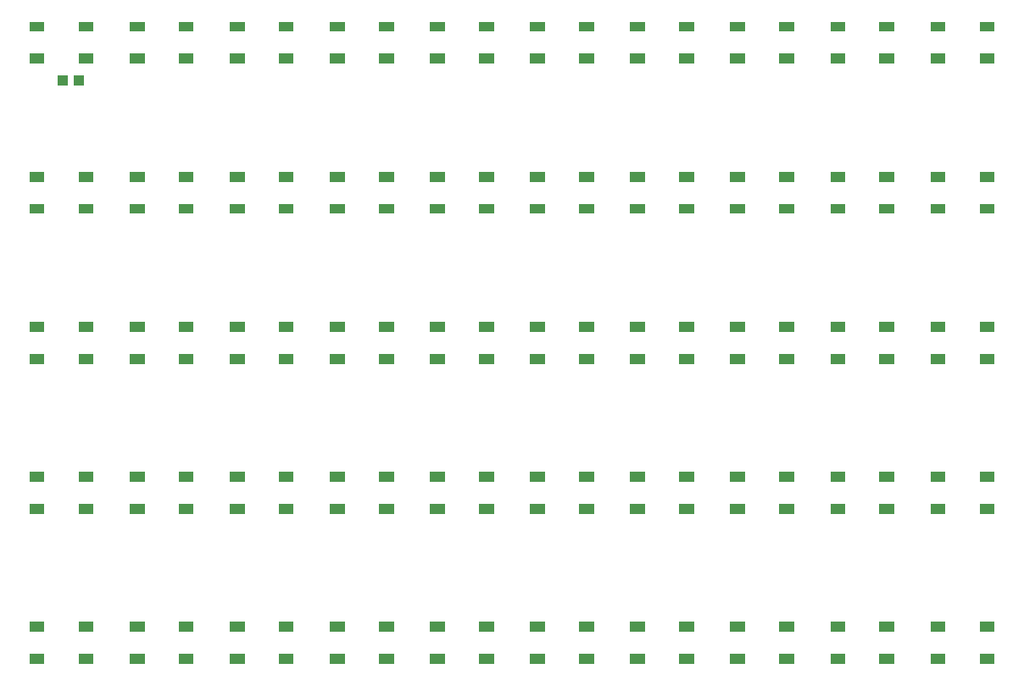
<source format=gtp>
G04 Layer: TopPasteMaskLayer*
G04 EasyEDA v6.4.7, 2021-01-21T12:31:56+00:00*
G04 8b80c43fe55248bfb6e8376c4506c8f5,74a5fafabdd44b6e8d5e0fe5421ccbd6,10*
G04 Gerber Generator version 0.2*
G04 Scale: 100 percent, Rotated: No, Reflected: No *
G04 Dimensions in millimeters *
G04 leading zeros omitted , absolute positions ,3 integer and 3 decimal *
%FSLAX33Y33*%
%MOMM*%
G90*
D02*

%ADD15R,0.999998X1.099998*%

%LPD*%
G36*
G01X68180Y2820D02*
G01X66681Y2820D01*
G01X66681Y3819D01*
G01X68180Y3819D01*
G01X68180Y2820D01*
G37*
G36*
G01X68180Y6020D02*
G01X66681Y6020D01*
G01X66681Y7019D01*
G01X68180Y7019D01*
G01X68180Y6020D01*
G37*
G36*
G01X63281Y6020D02*
G01X61780Y6020D01*
G01X61780Y7019D01*
G01X63281Y7019D01*
G01X63281Y6020D01*
G37*
G36*
G01X63281Y2820D02*
G01X61780Y2820D01*
G01X61780Y3819D01*
G01X63281Y3819D01*
G01X63281Y2820D01*
G37*
G36*
G01X78180Y2820D02*
G01X76681Y2820D01*
G01X76681Y3819D01*
G01X78180Y3819D01*
G01X78180Y2820D01*
G37*
G36*
G01X78180Y6020D02*
G01X76681Y6020D01*
G01X76681Y7019D01*
G01X78180Y7019D01*
G01X78180Y6020D01*
G37*
G36*
G01X73281Y6020D02*
G01X71780Y6020D01*
G01X71780Y7019D01*
G01X73281Y7019D01*
G01X73281Y6020D01*
G37*
G36*
G01X73281Y2820D02*
G01X71780Y2820D01*
G01X71780Y3819D01*
G01X73281Y3819D01*
G01X73281Y2820D01*
G37*
G36*
G01X48180Y2820D02*
G01X46681Y2820D01*
G01X46681Y3819D01*
G01X48180Y3819D01*
G01X48180Y2820D01*
G37*
G36*
G01X48180Y6020D02*
G01X46681Y6020D01*
G01X46681Y7019D01*
G01X48180Y7019D01*
G01X48180Y6020D01*
G37*
G36*
G01X43281Y6020D02*
G01X41780Y6020D01*
G01X41780Y7019D01*
G01X43281Y7019D01*
G01X43281Y6020D01*
G37*
G36*
G01X43281Y2820D02*
G01X41780Y2820D01*
G01X41780Y3819D01*
G01X43281Y3819D01*
G01X43281Y2820D01*
G37*
G36*
G01X38180Y2820D02*
G01X36681Y2820D01*
G01X36681Y3819D01*
G01X38180Y3819D01*
G01X38180Y2820D01*
G37*
G36*
G01X38180Y6020D02*
G01X36681Y6020D01*
G01X36681Y7019D01*
G01X38180Y7019D01*
G01X38180Y6020D01*
G37*
G36*
G01X33281Y6020D02*
G01X31780Y6020D01*
G01X31780Y7019D01*
G01X33281Y7019D01*
G01X33281Y6020D01*
G37*
G36*
G01X33281Y2820D02*
G01X31780Y2820D01*
G01X31780Y3819D01*
G01X33281Y3819D01*
G01X33281Y2820D01*
G37*
G36*
G01X28180Y2820D02*
G01X26681Y2820D01*
G01X26681Y3819D01*
G01X28180Y3819D01*
G01X28180Y2820D01*
G37*
G36*
G01X28180Y6020D02*
G01X26681Y6020D01*
G01X26681Y7019D01*
G01X28180Y7019D01*
G01X28180Y6020D01*
G37*
G36*
G01X23281Y6020D02*
G01X21780Y6020D01*
G01X21780Y7019D01*
G01X23281Y7019D01*
G01X23281Y6020D01*
G37*
G36*
G01X23281Y2820D02*
G01X21780Y2820D01*
G01X21780Y3819D01*
G01X23281Y3819D01*
G01X23281Y2820D01*
G37*
G36*
G01X18180Y2820D02*
G01X16681Y2820D01*
G01X16681Y3819D01*
G01X18180Y3819D01*
G01X18180Y2820D01*
G37*
G36*
G01X18180Y6020D02*
G01X16681Y6020D01*
G01X16681Y7019D01*
G01X18180Y7019D01*
G01X18180Y6020D01*
G37*
G36*
G01X13281Y6020D02*
G01X11780Y6020D01*
G01X11780Y7019D01*
G01X13281Y7019D01*
G01X13281Y6020D01*
G37*
G36*
G01X13281Y2820D02*
G01X11780Y2820D01*
G01X11780Y3819D01*
G01X13281Y3819D01*
G01X13281Y2820D01*
G37*
G36*
G01X8180Y2820D02*
G01X6681Y2820D01*
G01X6681Y3819D01*
G01X8180Y3819D01*
G01X8180Y2820D01*
G37*
G36*
G01X8180Y6020D02*
G01X6681Y6020D01*
G01X6681Y7019D01*
G01X8180Y7019D01*
G01X8180Y6020D01*
G37*
G36*
G01X3281Y6020D02*
G01X1780Y6020D01*
G01X1780Y7019D01*
G01X3281Y7019D01*
G01X3281Y6020D01*
G37*
G36*
G01X3281Y2820D02*
G01X1780Y2820D01*
G01X1780Y3819D01*
G01X3281Y3819D01*
G01X3281Y2820D01*
G37*
G36*
G01X98180Y17820D02*
G01X96681Y17820D01*
G01X96681Y18819D01*
G01X98180Y18819D01*
G01X98180Y17820D01*
G37*
G36*
G01X98180Y21020D02*
G01X96681Y21020D01*
G01X96681Y22019D01*
G01X98180Y22019D01*
G01X98180Y21020D01*
G37*
G36*
G01X93281Y21020D02*
G01X91780Y21020D01*
G01X91780Y22019D01*
G01X93281Y22019D01*
G01X93281Y21020D01*
G37*
G36*
G01X93281Y17820D02*
G01X91780Y17820D01*
G01X91780Y18819D01*
G01X93281Y18819D01*
G01X93281Y17820D01*
G37*
G36*
G01X88180Y17820D02*
G01X86681Y17820D01*
G01X86681Y18819D01*
G01X88180Y18819D01*
G01X88180Y17820D01*
G37*
G36*
G01X88180Y21020D02*
G01X86681Y21020D01*
G01X86681Y22019D01*
G01X88180Y22019D01*
G01X88180Y21020D01*
G37*
G36*
G01X83281Y21020D02*
G01X81780Y21020D01*
G01X81780Y22019D01*
G01X83281Y22019D01*
G01X83281Y21020D01*
G37*
G36*
G01X83281Y17820D02*
G01X81780Y17820D01*
G01X81780Y18819D01*
G01X83281Y18819D01*
G01X83281Y17820D01*
G37*
G36*
G01X58180Y17820D02*
G01X56681Y17820D01*
G01X56681Y18819D01*
G01X58180Y18819D01*
G01X58180Y17820D01*
G37*
G36*
G01X58180Y21020D02*
G01X56681Y21020D01*
G01X56681Y22019D01*
G01X58180Y22019D01*
G01X58180Y21020D01*
G37*
G36*
G01X53281Y21020D02*
G01X51780Y21020D01*
G01X51780Y22019D01*
G01X53281Y22019D01*
G01X53281Y21020D01*
G37*
G36*
G01X53281Y17820D02*
G01X51780Y17820D01*
G01X51780Y18819D01*
G01X53281Y18819D01*
G01X53281Y17820D01*
G37*
G36*
G01X68180Y17820D02*
G01X66681Y17820D01*
G01X66681Y18819D01*
G01X68180Y18819D01*
G01X68180Y17820D01*
G37*
G36*
G01X68180Y21020D02*
G01X66681Y21020D01*
G01X66681Y22019D01*
G01X68180Y22019D01*
G01X68180Y21020D01*
G37*
G36*
G01X63281Y21020D02*
G01X61780Y21020D01*
G01X61780Y22019D01*
G01X63281Y22019D01*
G01X63281Y21020D01*
G37*
G36*
G01X63281Y17820D02*
G01X61780Y17820D01*
G01X61780Y18819D01*
G01X63281Y18819D01*
G01X63281Y17820D01*
G37*
G36*
G01X78180Y17820D02*
G01X76681Y17820D01*
G01X76681Y18819D01*
G01X78180Y18819D01*
G01X78180Y17820D01*
G37*
G36*
G01X78180Y21020D02*
G01X76681Y21020D01*
G01X76681Y22019D01*
G01X78180Y22019D01*
G01X78180Y21020D01*
G37*
G36*
G01X73281Y21020D02*
G01X71780Y21020D01*
G01X71780Y22019D01*
G01X73281Y22019D01*
G01X73281Y21020D01*
G37*
G36*
G01X73281Y17820D02*
G01X71780Y17820D01*
G01X71780Y18819D01*
G01X73281Y18819D01*
G01X73281Y17820D01*
G37*
G36*
G01X48180Y17820D02*
G01X46681Y17820D01*
G01X46681Y18819D01*
G01X48180Y18819D01*
G01X48180Y17820D01*
G37*
G36*
G01X48180Y21020D02*
G01X46681Y21020D01*
G01X46681Y22019D01*
G01X48180Y22019D01*
G01X48180Y21020D01*
G37*
G36*
G01X43281Y21020D02*
G01X41780Y21020D01*
G01X41780Y22019D01*
G01X43281Y22019D01*
G01X43281Y21020D01*
G37*
G36*
G01X43281Y17820D02*
G01X41780Y17820D01*
G01X41780Y18819D01*
G01X43281Y18819D01*
G01X43281Y17820D01*
G37*
G36*
G01X38180Y17820D02*
G01X36681Y17820D01*
G01X36681Y18819D01*
G01X38180Y18819D01*
G01X38180Y17820D01*
G37*
G36*
G01X38180Y21020D02*
G01X36681Y21020D01*
G01X36681Y22019D01*
G01X38180Y22019D01*
G01X38180Y21020D01*
G37*
G36*
G01X33281Y21020D02*
G01X31780Y21020D01*
G01X31780Y22019D01*
G01X33281Y22019D01*
G01X33281Y21020D01*
G37*
G36*
G01X33281Y17820D02*
G01X31780Y17820D01*
G01X31780Y18819D01*
G01X33281Y18819D01*
G01X33281Y17820D01*
G37*
G36*
G01X28180Y17820D02*
G01X26681Y17820D01*
G01X26681Y18819D01*
G01X28180Y18819D01*
G01X28180Y17820D01*
G37*
G36*
G01X28180Y21020D02*
G01X26681Y21020D01*
G01X26681Y22019D01*
G01X28180Y22019D01*
G01X28180Y21020D01*
G37*
G36*
G01X23281Y21020D02*
G01X21780Y21020D01*
G01X21780Y22019D01*
G01X23281Y22019D01*
G01X23281Y21020D01*
G37*
G36*
G01X23281Y17820D02*
G01X21780Y17820D01*
G01X21780Y18819D01*
G01X23281Y18819D01*
G01X23281Y17820D01*
G37*
G36*
G01X18180Y17820D02*
G01X16681Y17820D01*
G01X16681Y18819D01*
G01X18180Y18819D01*
G01X18180Y17820D01*
G37*
G36*
G01X18180Y21020D02*
G01X16681Y21020D01*
G01X16681Y22019D01*
G01X18180Y22019D01*
G01X18180Y21020D01*
G37*
G36*
G01X13281Y21020D02*
G01X11780Y21020D01*
G01X11780Y22019D01*
G01X13281Y22019D01*
G01X13281Y21020D01*
G37*
G36*
G01X13281Y17820D02*
G01X11780Y17820D01*
G01X11780Y18819D01*
G01X13281Y18819D01*
G01X13281Y17820D01*
G37*
G36*
G01X8180Y17820D02*
G01X6681Y17820D01*
G01X6681Y18819D01*
G01X8180Y18819D01*
G01X8180Y17820D01*
G37*
G36*
G01X8180Y21020D02*
G01X6681Y21020D01*
G01X6681Y22019D01*
G01X8180Y22019D01*
G01X8180Y21020D01*
G37*
G36*
G01X3281Y21020D02*
G01X1780Y21020D01*
G01X1780Y22019D01*
G01X3281Y22019D01*
G01X3281Y21020D01*
G37*
G36*
G01X3281Y17820D02*
G01X1780Y17820D01*
G01X1780Y18819D01*
G01X3281Y18819D01*
G01X3281Y17820D01*
G37*
G36*
G01X98180Y2820D02*
G01X96681Y2820D01*
G01X96681Y3819D01*
G01X98180Y3819D01*
G01X98180Y2820D01*
G37*
G36*
G01X98180Y6020D02*
G01X96681Y6020D01*
G01X96681Y7019D01*
G01X98180Y7019D01*
G01X98180Y6020D01*
G37*
G36*
G01X93281Y6020D02*
G01X91780Y6020D01*
G01X91780Y7019D01*
G01X93281Y7019D01*
G01X93281Y6020D01*
G37*
G36*
G01X93281Y2820D02*
G01X91780Y2820D01*
G01X91780Y3819D01*
G01X93281Y3819D01*
G01X93281Y2820D01*
G37*
G36*
G01X8180Y32820D02*
G01X6681Y32820D01*
G01X6681Y33819D01*
G01X8180Y33819D01*
G01X8180Y32820D01*
G37*
G36*
G01X8180Y36020D02*
G01X6681Y36020D01*
G01X6681Y37019D01*
G01X8180Y37019D01*
G01X8180Y36020D01*
G37*
G36*
G01X3281Y36020D02*
G01X1780Y36020D01*
G01X1780Y37019D01*
G01X3281Y37019D01*
G01X3281Y36020D01*
G37*
G36*
G01X3281Y32820D02*
G01X1780Y32820D01*
G01X1780Y33819D01*
G01X3281Y33819D01*
G01X3281Y32820D01*
G37*
G36*
G01X18180Y32820D02*
G01X16681Y32820D01*
G01X16681Y33819D01*
G01X18180Y33819D01*
G01X18180Y32820D01*
G37*
G36*
G01X18180Y36020D02*
G01X16681Y36020D01*
G01X16681Y37019D01*
G01X18180Y37019D01*
G01X18180Y36020D01*
G37*
G36*
G01X13281Y36020D02*
G01X11780Y36020D01*
G01X11780Y37019D01*
G01X13281Y37019D01*
G01X13281Y36020D01*
G37*
G36*
G01X13281Y32820D02*
G01X11780Y32820D01*
G01X11780Y33819D01*
G01X13281Y33819D01*
G01X13281Y32820D01*
G37*
G36*
G01X28180Y32820D02*
G01X26681Y32820D01*
G01X26681Y33819D01*
G01X28180Y33819D01*
G01X28180Y32820D01*
G37*
G36*
G01X28180Y36020D02*
G01X26681Y36020D01*
G01X26681Y37019D01*
G01X28180Y37019D01*
G01X28180Y36020D01*
G37*
G36*
G01X23281Y36020D02*
G01X21780Y36020D01*
G01X21780Y37019D01*
G01X23281Y37019D01*
G01X23281Y36020D01*
G37*
G36*
G01X23281Y32820D02*
G01X21780Y32820D01*
G01X21780Y33819D01*
G01X23281Y33819D01*
G01X23281Y32820D01*
G37*
G36*
G01X38180Y32820D02*
G01X36681Y32820D01*
G01X36681Y33819D01*
G01X38180Y33819D01*
G01X38180Y32820D01*
G37*
G36*
G01X38180Y36020D02*
G01X36681Y36020D01*
G01X36681Y37019D01*
G01X38180Y37019D01*
G01X38180Y36020D01*
G37*
G36*
G01X33281Y36020D02*
G01X31780Y36020D01*
G01X31780Y37019D01*
G01X33281Y37019D01*
G01X33281Y36020D01*
G37*
G36*
G01X33281Y32820D02*
G01X31780Y32820D01*
G01X31780Y33819D01*
G01X33281Y33819D01*
G01X33281Y32820D01*
G37*
G36*
G01X48180Y32820D02*
G01X46681Y32820D01*
G01X46681Y33819D01*
G01X48180Y33819D01*
G01X48180Y32820D01*
G37*
G36*
G01X48180Y36020D02*
G01X46681Y36020D01*
G01X46681Y37019D01*
G01X48180Y37019D01*
G01X48180Y36020D01*
G37*
G36*
G01X43281Y36020D02*
G01X41780Y36020D01*
G01X41780Y37019D01*
G01X43281Y37019D01*
G01X43281Y36020D01*
G37*
G36*
G01X43281Y32820D02*
G01X41780Y32820D01*
G01X41780Y33819D01*
G01X43281Y33819D01*
G01X43281Y32820D01*
G37*
G36*
G01X78180Y32820D02*
G01X76681Y32820D01*
G01X76681Y33819D01*
G01X78180Y33819D01*
G01X78180Y32820D01*
G37*
G36*
G01X78180Y36020D02*
G01X76681Y36020D01*
G01X76681Y37019D01*
G01X78180Y37019D01*
G01X78180Y36020D01*
G37*
G36*
G01X73281Y36020D02*
G01X71780Y36020D01*
G01X71780Y37019D01*
G01X73281Y37019D01*
G01X73281Y36020D01*
G37*
G36*
G01X73281Y32820D02*
G01X71780Y32820D01*
G01X71780Y33819D01*
G01X73281Y33819D01*
G01X73281Y32820D01*
G37*
G36*
G01X68180Y32820D02*
G01X66681Y32820D01*
G01X66681Y33819D01*
G01X68180Y33819D01*
G01X68180Y32820D01*
G37*
G36*
G01X68180Y36020D02*
G01X66681Y36020D01*
G01X66681Y37019D01*
G01X68180Y37019D01*
G01X68180Y36020D01*
G37*
G36*
G01X63281Y36020D02*
G01X61780Y36020D01*
G01X61780Y37019D01*
G01X63281Y37019D01*
G01X63281Y36020D01*
G37*
G36*
G01X63281Y32820D02*
G01X61780Y32820D01*
G01X61780Y33819D01*
G01X63281Y33819D01*
G01X63281Y32820D01*
G37*
G36*
G01X58180Y32820D02*
G01X56681Y32820D01*
G01X56681Y33819D01*
G01X58180Y33819D01*
G01X58180Y32820D01*
G37*
G36*
G01X58180Y36020D02*
G01X56681Y36020D01*
G01X56681Y37019D01*
G01X58180Y37019D01*
G01X58180Y36020D01*
G37*
G36*
G01X53281Y36020D02*
G01X51780Y36020D01*
G01X51780Y37019D01*
G01X53281Y37019D01*
G01X53281Y36020D01*
G37*
G36*
G01X53281Y32820D02*
G01X51780Y32820D01*
G01X51780Y33819D01*
G01X53281Y33819D01*
G01X53281Y32820D01*
G37*
G36*
G01X88180Y32820D02*
G01X86681Y32820D01*
G01X86681Y33819D01*
G01X88180Y33819D01*
G01X88180Y32820D01*
G37*
G36*
G01X88180Y36020D02*
G01X86681Y36020D01*
G01X86681Y37019D01*
G01X88180Y37019D01*
G01X88180Y36020D01*
G37*
G36*
G01X83281Y36020D02*
G01X81780Y36020D01*
G01X81780Y37019D01*
G01X83281Y37019D01*
G01X83281Y36020D01*
G37*
G36*
G01X83281Y32820D02*
G01X81780Y32820D01*
G01X81780Y33819D01*
G01X83281Y33819D01*
G01X83281Y32820D01*
G37*
G36*
G01X98180Y32820D02*
G01X96681Y32820D01*
G01X96681Y33819D01*
G01X98180Y33819D01*
G01X98180Y32820D01*
G37*
G36*
G01X98180Y36020D02*
G01X96681Y36020D01*
G01X96681Y37019D01*
G01X98180Y37019D01*
G01X98180Y36020D01*
G37*
G36*
G01X93281Y36020D02*
G01X91780Y36020D01*
G01X91780Y37019D01*
G01X93281Y37019D01*
G01X93281Y36020D01*
G37*
G36*
G01X93281Y32820D02*
G01X91780Y32820D01*
G01X91780Y33819D01*
G01X93281Y33819D01*
G01X93281Y32820D01*
G37*
G36*
G01X98180Y47820D02*
G01X96681Y47820D01*
G01X96681Y48819D01*
G01X98180Y48819D01*
G01X98180Y47820D01*
G37*
G36*
G01X98180Y51020D02*
G01X96681Y51020D01*
G01X96681Y52019D01*
G01X98180Y52019D01*
G01X98180Y51020D01*
G37*
G36*
G01X93281Y51020D02*
G01X91780Y51020D01*
G01X91780Y52019D01*
G01X93281Y52019D01*
G01X93281Y51020D01*
G37*
G36*
G01X93281Y47820D02*
G01X91780Y47820D01*
G01X91780Y48819D01*
G01X93281Y48819D01*
G01X93281Y47820D01*
G37*
G36*
G01X88180Y47820D02*
G01X86681Y47820D01*
G01X86681Y48819D01*
G01X88180Y48819D01*
G01X88180Y47820D01*
G37*
G36*
G01X88180Y51020D02*
G01X86681Y51020D01*
G01X86681Y52019D01*
G01X88180Y52019D01*
G01X88180Y51020D01*
G37*
G36*
G01X83281Y51020D02*
G01X81780Y51020D01*
G01X81780Y52019D01*
G01X83281Y52019D01*
G01X83281Y51020D01*
G37*
G36*
G01X83281Y47820D02*
G01X81780Y47820D01*
G01X81780Y48819D01*
G01X83281Y48819D01*
G01X83281Y47820D01*
G37*
G36*
G01X88180Y2820D02*
G01X86681Y2820D01*
G01X86681Y3819D01*
G01X88180Y3819D01*
G01X88180Y2820D01*
G37*
G36*
G01X88180Y6020D02*
G01X86681Y6020D01*
G01X86681Y7019D01*
G01X88180Y7019D01*
G01X88180Y6020D01*
G37*
G36*
G01X83281Y6020D02*
G01X81780Y6020D01*
G01X81780Y7019D01*
G01X83281Y7019D01*
G01X83281Y6020D01*
G37*
G36*
G01X83281Y2820D02*
G01X81780Y2820D01*
G01X81780Y3819D01*
G01X83281Y3819D01*
G01X83281Y2820D01*
G37*
G36*
G01X58180Y47820D02*
G01X56681Y47820D01*
G01X56681Y48819D01*
G01X58180Y48819D01*
G01X58180Y47820D01*
G37*
G36*
G01X58180Y51020D02*
G01X56681Y51020D01*
G01X56681Y52019D01*
G01X58180Y52019D01*
G01X58180Y51020D01*
G37*
G36*
G01X53281Y51020D02*
G01X51780Y51020D01*
G01X51780Y52019D01*
G01X53281Y52019D01*
G01X53281Y51020D01*
G37*
G36*
G01X53281Y47820D02*
G01X51780Y47820D01*
G01X51780Y48819D01*
G01X53281Y48819D01*
G01X53281Y47820D01*
G37*
G36*
G01X68180Y47820D02*
G01X66681Y47820D01*
G01X66681Y48819D01*
G01X68180Y48819D01*
G01X68180Y47820D01*
G37*
G36*
G01X68180Y51020D02*
G01X66681Y51020D01*
G01X66681Y52019D01*
G01X68180Y52019D01*
G01X68180Y51020D01*
G37*
G36*
G01X63281Y51020D02*
G01X61780Y51020D01*
G01X61780Y52019D01*
G01X63281Y52019D01*
G01X63281Y51020D01*
G37*
G36*
G01X63281Y47820D02*
G01X61780Y47820D01*
G01X61780Y48819D01*
G01X63281Y48819D01*
G01X63281Y47820D01*
G37*
G36*
G01X78180Y47820D02*
G01X76681Y47820D01*
G01X76681Y48819D01*
G01X78180Y48819D01*
G01X78180Y47820D01*
G37*
G36*
G01X78180Y51020D02*
G01X76681Y51020D01*
G01X76681Y52019D01*
G01X78180Y52019D01*
G01X78180Y51020D01*
G37*
G36*
G01X73281Y51020D02*
G01X71780Y51020D01*
G01X71780Y52019D01*
G01X73281Y52019D01*
G01X73281Y51020D01*
G37*
G36*
G01X73281Y47820D02*
G01X71780Y47820D01*
G01X71780Y48819D01*
G01X73281Y48819D01*
G01X73281Y47820D01*
G37*
G36*
G01X48180Y47820D02*
G01X46681Y47820D01*
G01X46681Y48819D01*
G01X48180Y48819D01*
G01X48180Y47820D01*
G37*
G36*
G01X48180Y51020D02*
G01X46681Y51020D01*
G01X46681Y52019D01*
G01X48180Y52019D01*
G01X48180Y51020D01*
G37*
G36*
G01X43281Y51020D02*
G01X41780Y51020D01*
G01X41780Y52019D01*
G01X43281Y52019D01*
G01X43281Y51020D01*
G37*
G36*
G01X43281Y47820D02*
G01X41780Y47820D01*
G01X41780Y48819D01*
G01X43281Y48819D01*
G01X43281Y47820D01*
G37*
G36*
G01X38180Y47820D02*
G01X36681Y47820D01*
G01X36681Y48819D01*
G01X38180Y48819D01*
G01X38180Y47820D01*
G37*
G36*
G01X38180Y51020D02*
G01X36681Y51020D01*
G01X36681Y52019D01*
G01X38180Y52019D01*
G01X38180Y51020D01*
G37*
G36*
G01X33281Y51020D02*
G01X31780Y51020D01*
G01X31780Y52019D01*
G01X33281Y52019D01*
G01X33281Y51020D01*
G37*
G36*
G01X33281Y47820D02*
G01X31780Y47820D01*
G01X31780Y48819D01*
G01X33281Y48819D01*
G01X33281Y47820D01*
G37*
G36*
G01X28180Y47820D02*
G01X26681Y47820D01*
G01X26681Y48819D01*
G01X28180Y48819D01*
G01X28180Y47820D01*
G37*
G36*
G01X28180Y51020D02*
G01X26681Y51020D01*
G01X26681Y52019D01*
G01X28180Y52019D01*
G01X28180Y51020D01*
G37*
G36*
G01X23281Y51020D02*
G01X21780Y51020D01*
G01X21780Y52019D01*
G01X23281Y52019D01*
G01X23281Y51020D01*
G37*
G36*
G01X23281Y47820D02*
G01X21780Y47820D01*
G01X21780Y48819D01*
G01X23281Y48819D01*
G01X23281Y47820D01*
G37*
G36*
G01X18180Y47820D02*
G01X16681Y47820D01*
G01X16681Y48819D01*
G01X18180Y48819D01*
G01X18180Y47820D01*
G37*
G36*
G01X18180Y51020D02*
G01X16681Y51020D01*
G01X16681Y52019D01*
G01X18180Y52019D01*
G01X18180Y51020D01*
G37*
G36*
G01X13281Y51020D02*
G01X11780Y51020D01*
G01X11780Y52019D01*
G01X13281Y52019D01*
G01X13281Y51020D01*
G37*
G36*
G01X13281Y47820D02*
G01X11780Y47820D01*
G01X11780Y48819D01*
G01X13281Y48819D01*
G01X13281Y47820D01*
G37*
G36*
G01X8180Y47820D02*
G01X6681Y47820D01*
G01X6681Y48819D01*
G01X8180Y48819D01*
G01X8180Y47820D01*
G37*
G36*
G01X8180Y51020D02*
G01X6681Y51020D01*
G01X6681Y52019D01*
G01X8180Y52019D01*
G01X8180Y51020D01*
G37*
G36*
G01X3281Y51020D02*
G01X1780Y51020D01*
G01X1780Y52019D01*
G01X3281Y52019D01*
G01X3281Y51020D01*
G37*
G36*
G01X3281Y47820D02*
G01X1780Y47820D01*
G01X1780Y48819D01*
G01X3281Y48819D01*
G01X3281Y47820D01*
G37*
G36*
G01X58180Y2820D02*
G01X56681Y2820D01*
G01X56681Y3819D01*
G01X58180Y3819D01*
G01X58180Y2820D01*
G37*
G36*
G01X58180Y6020D02*
G01X56681Y6020D01*
G01X56681Y7019D01*
G01X58180Y7019D01*
G01X58180Y6020D01*
G37*
G36*
G01X53281Y6020D02*
G01X51780Y6020D01*
G01X51780Y7019D01*
G01X53281Y7019D01*
G01X53281Y6020D01*
G37*
G36*
G01X53281Y2820D02*
G01X51780Y2820D01*
G01X51780Y3819D01*
G01X53281Y3819D01*
G01X53281Y2820D01*
G37*
G54D15*
G01X5129Y61110D03*
G01X6729Y61110D03*
G36*
G01X8180Y62820D02*
G01X6681Y62820D01*
G01X6681Y63819D01*
G01X8180Y63819D01*
G01X8180Y62820D01*
G37*
G36*
G01X8180Y66020D02*
G01X6681Y66020D01*
G01X6681Y67019D01*
G01X8180Y67019D01*
G01X8180Y66020D01*
G37*
G36*
G01X3281Y66020D02*
G01X1780Y66020D01*
G01X1780Y67019D01*
G01X3281Y67019D01*
G01X3281Y66020D01*
G37*
G36*
G01X3281Y62820D02*
G01X1780Y62820D01*
G01X1780Y63819D01*
G01X3281Y63819D01*
G01X3281Y62820D01*
G37*
G36*
G01X18180Y62820D02*
G01X16681Y62820D01*
G01X16681Y63819D01*
G01X18180Y63819D01*
G01X18180Y62820D01*
G37*
G36*
G01X18180Y66020D02*
G01X16681Y66020D01*
G01X16681Y67019D01*
G01X18180Y67019D01*
G01X18180Y66020D01*
G37*
G36*
G01X13281Y66020D02*
G01X11780Y66020D01*
G01X11780Y67019D01*
G01X13281Y67019D01*
G01X13281Y66020D01*
G37*
G36*
G01X13281Y62820D02*
G01X11780Y62820D01*
G01X11780Y63819D01*
G01X13281Y63819D01*
G01X13281Y62820D01*
G37*
G36*
G01X28180Y62820D02*
G01X26681Y62820D01*
G01X26681Y63819D01*
G01X28180Y63819D01*
G01X28180Y62820D01*
G37*
G36*
G01X28180Y66020D02*
G01X26681Y66020D01*
G01X26681Y67019D01*
G01X28180Y67019D01*
G01X28180Y66020D01*
G37*
G36*
G01X23281Y66020D02*
G01X21780Y66020D01*
G01X21780Y67019D01*
G01X23281Y67019D01*
G01X23281Y66020D01*
G37*
G36*
G01X23281Y62820D02*
G01X21780Y62820D01*
G01X21780Y63819D01*
G01X23281Y63819D01*
G01X23281Y62820D01*
G37*
G36*
G01X38180Y62820D02*
G01X36681Y62820D01*
G01X36681Y63819D01*
G01X38180Y63819D01*
G01X38180Y62820D01*
G37*
G36*
G01X38180Y66020D02*
G01X36681Y66020D01*
G01X36681Y67019D01*
G01X38180Y67019D01*
G01X38180Y66020D01*
G37*
G36*
G01X33281Y66020D02*
G01X31780Y66020D01*
G01X31780Y67019D01*
G01X33281Y67019D01*
G01X33281Y66020D01*
G37*
G36*
G01X33281Y62820D02*
G01X31780Y62820D01*
G01X31780Y63819D01*
G01X33281Y63819D01*
G01X33281Y62820D01*
G37*
G36*
G01X48180Y62820D02*
G01X46681Y62820D01*
G01X46681Y63819D01*
G01X48180Y63819D01*
G01X48180Y62820D01*
G37*
G36*
G01X48180Y66020D02*
G01X46681Y66020D01*
G01X46681Y67019D01*
G01X48180Y67019D01*
G01X48180Y66020D01*
G37*
G36*
G01X43281Y66020D02*
G01X41780Y66020D01*
G01X41780Y67019D01*
G01X43281Y67019D01*
G01X43281Y66020D01*
G37*
G36*
G01X43281Y62820D02*
G01X41780Y62820D01*
G01X41780Y63819D01*
G01X43281Y63819D01*
G01X43281Y62820D01*
G37*
G36*
G01X98180Y62820D02*
G01X96681Y62820D01*
G01X96681Y63819D01*
G01X98180Y63819D01*
G01X98180Y62820D01*
G37*
G36*
G01X98180Y66020D02*
G01X96681Y66020D01*
G01X96681Y67019D01*
G01X98180Y67019D01*
G01X98180Y66020D01*
G37*
G36*
G01X93281Y66020D02*
G01X91780Y66020D01*
G01X91780Y67019D01*
G01X93281Y67019D01*
G01X93281Y66020D01*
G37*
G36*
G01X93281Y62820D02*
G01X91780Y62820D01*
G01X91780Y63819D01*
G01X93281Y63819D01*
G01X93281Y62820D01*
G37*
G36*
G01X88180Y62820D02*
G01X86681Y62820D01*
G01X86681Y63819D01*
G01X88180Y63819D01*
G01X88180Y62820D01*
G37*
G36*
G01X88180Y66020D02*
G01X86681Y66020D01*
G01X86681Y67019D01*
G01X88180Y67019D01*
G01X88180Y66020D01*
G37*
G36*
G01X83281Y66020D02*
G01X81780Y66020D01*
G01X81780Y67019D01*
G01X83281Y67019D01*
G01X83281Y66020D01*
G37*
G36*
G01X83281Y62820D02*
G01X81780Y62820D01*
G01X81780Y63819D01*
G01X83281Y63819D01*
G01X83281Y62820D01*
G37*
G36*
G01X78180Y62820D02*
G01X76681Y62820D01*
G01X76681Y63819D01*
G01X78180Y63819D01*
G01X78180Y62820D01*
G37*
G36*
G01X78180Y66020D02*
G01X76681Y66020D01*
G01X76681Y67019D01*
G01X78180Y67019D01*
G01X78180Y66020D01*
G37*
G36*
G01X73281Y66020D02*
G01X71780Y66020D01*
G01X71780Y67019D01*
G01X73281Y67019D01*
G01X73281Y66020D01*
G37*
G36*
G01X73281Y62820D02*
G01X71780Y62820D01*
G01X71780Y63819D01*
G01X73281Y63819D01*
G01X73281Y62820D01*
G37*
G36*
G01X68180Y62820D02*
G01X66681Y62820D01*
G01X66681Y63819D01*
G01X68180Y63819D01*
G01X68180Y62820D01*
G37*
G36*
G01X68180Y66020D02*
G01X66681Y66020D01*
G01X66681Y67019D01*
G01X68180Y67019D01*
G01X68180Y66020D01*
G37*
G36*
G01X63281Y66020D02*
G01X61780Y66020D01*
G01X61780Y67019D01*
G01X63281Y67019D01*
G01X63281Y66020D01*
G37*
G36*
G01X63281Y62820D02*
G01X61780Y62820D01*
G01X61780Y63819D01*
G01X63281Y63819D01*
G01X63281Y62820D01*
G37*
G36*
G01X58180Y62820D02*
G01X56681Y62820D01*
G01X56681Y63819D01*
G01X58180Y63819D01*
G01X58180Y62820D01*
G37*
G36*
G01X58180Y66020D02*
G01X56681Y66020D01*
G01X56681Y67019D01*
G01X58180Y67019D01*
G01X58180Y66020D01*
G37*
G36*
G01X53281Y66020D02*
G01X51780Y66020D01*
G01X51780Y67019D01*
G01X53281Y67019D01*
G01X53281Y66020D01*
G37*
G36*
G01X53281Y62820D02*
G01X51780Y62820D01*
G01X51780Y63819D01*
G01X53281Y63819D01*
G01X53281Y62820D01*
G37*
M00*
M02*

</source>
